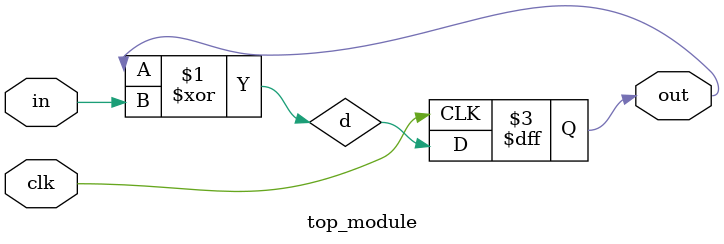
<source format=v>
module top_module (
    input clk,
    input in, 
    output out);
    
    wire d;
    
    assign d = out^in;
    
    always@(posedge clk)begin
        out <= d;
    end

endmodule

</source>
